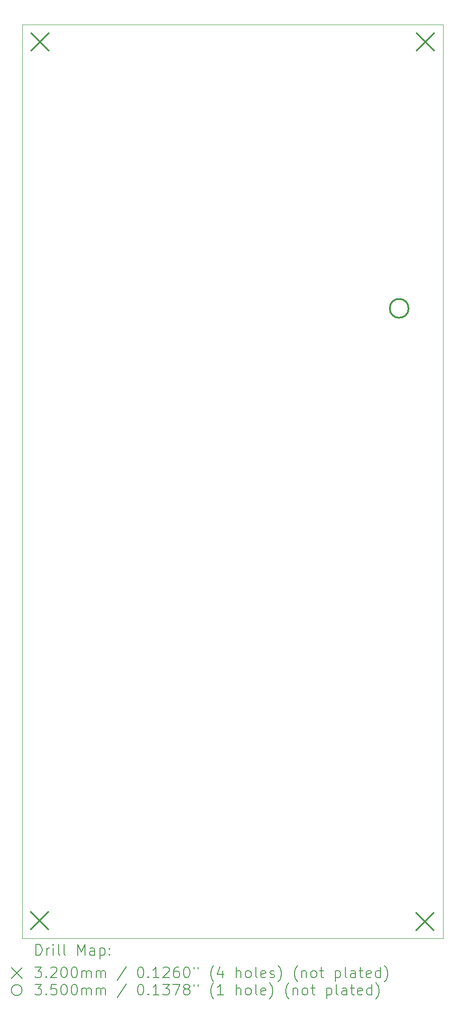
<source format=gbr>
%TF.GenerationSoftware,KiCad,Pcbnew,(6.0.7)*%
%TF.CreationDate,2022-09-18T15:45:44+05:30*%
%TF.ProjectId,Irrigation Project,49727269-6761-4746-996f-6e2050726f6a,V1.0*%
%TF.SameCoordinates,Original*%
%TF.FileFunction,Drillmap*%
%TF.FilePolarity,Positive*%
%FSLAX45Y45*%
G04 Gerber Fmt 4.5, Leading zero omitted, Abs format (unit mm)*
G04 Created by KiCad (PCBNEW (6.0.7)) date 2022-09-18 15:45:44*
%MOMM*%
%LPD*%
G01*
G04 APERTURE LIST*
%ADD10C,0.100000*%
%ADD11C,0.200000*%
%ADD12C,0.320000*%
%ADD13C,0.350000*%
G04 APERTURE END LIST*
D10*
X8500000Y-1788000D02*
X16335000Y-1788000D01*
X16335000Y-1788000D02*
X16335000Y-18780000D01*
X16335000Y-18780000D02*
X8500000Y-18780000D01*
X8500000Y-18780000D02*
X8500000Y-1788000D01*
D11*
D12*
X8660000Y-18295000D02*
X8980000Y-18615000D01*
X8980000Y-18295000D02*
X8660000Y-18615000D01*
X8670000Y-1950000D02*
X8990000Y-2270000D01*
X8990000Y-1950000D02*
X8670000Y-2270000D01*
X15840000Y-18310000D02*
X16160000Y-18630000D01*
X16160000Y-18310000D02*
X15840000Y-18630000D01*
X15850000Y-1952500D02*
X16170000Y-2272500D01*
X16170000Y-1952500D02*
X15850000Y-2272500D01*
D13*
X15695000Y-7067000D02*
G75*
G03*
X15695000Y-7067000I-175000J0D01*
G01*
D11*
X8752619Y-19095476D02*
X8752619Y-18895476D01*
X8800238Y-18895476D01*
X8828810Y-18905000D01*
X8847857Y-18924048D01*
X8857381Y-18943095D01*
X8866905Y-18981190D01*
X8866905Y-19009762D01*
X8857381Y-19047857D01*
X8847857Y-19066905D01*
X8828810Y-19085952D01*
X8800238Y-19095476D01*
X8752619Y-19095476D01*
X8952619Y-19095476D02*
X8952619Y-18962143D01*
X8952619Y-19000238D02*
X8962143Y-18981190D01*
X8971667Y-18971667D01*
X8990714Y-18962143D01*
X9009762Y-18962143D01*
X9076429Y-19095476D02*
X9076429Y-18962143D01*
X9076429Y-18895476D02*
X9066905Y-18905000D01*
X9076429Y-18914524D01*
X9085952Y-18905000D01*
X9076429Y-18895476D01*
X9076429Y-18914524D01*
X9200238Y-19095476D02*
X9181190Y-19085952D01*
X9171667Y-19066905D01*
X9171667Y-18895476D01*
X9305000Y-19095476D02*
X9285952Y-19085952D01*
X9276429Y-19066905D01*
X9276429Y-18895476D01*
X9533571Y-19095476D02*
X9533571Y-18895476D01*
X9600238Y-19038333D01*
X9666905Y-18895476D01*
X9666905Y-19095476D01*
X9847857Y-19095476D02*
X9847857Y-18990714D01*
X9838333Y-18971667D01*
X9819286Y-18962143D01*
X9781190Y-18962143D01*
X9762143Y-18971667D01*
X9847857Y-19085952D02*
X9828810Y-19095476D01*
X9781190Y-19095476D01*
X9762143Y-19085952D01*
X9752619Y-19066905D01*
X9752619Y-19047857D01*
X9762143Y-19028810D01*
X9781190Y-19019286D01*
X9828810Y-19019286D01*
X9847857Y-19009762D01*
X9943095Y-18962143D02*
X9943095Y-19162143D01*
X9943095Y-18971667D02*
X9962143Y-18962143D01*
X10000238Y-18962143D01*
X10019286Y-18971667D01*
X10028810Y-18981190D01*
X10038333Y-19000238D01*
X10038333Y-19057381D01*
X10028810Y-19076429D01*
X10019286Y-19085952D01*
X10000238Y-19095476D01*
X9962143Y-19095476D01*
X9943095Y-19085952D01*
X10124048Y-19076429D02*
X10133571Y-19085952D01*
X10124048Y-19095476D01*
X10114524Y-19085952D01*
X10124048Y-19076429D01*
X10124048Y-19095476D01*
X10124048Y-18971667D02*
X10133571Y-18981190D01*
X10124048Y-18990714D01*
X10114524Y-18981190D01*
X10124048Y-18971667D01*
X10124048Y-18990714D01*
X8295000Y-19325000D02*
X8495000Y-19525000D01*
X8495000Y-19325000D02*
X8295000Y-19525000D01*
X8733571Y-19315476D02*
X8857381Y-19315476D01*
X8790714Y-19391667D01*
X8819286Y-19391667D01*
X8838333Y-19401190D01*
X8847857Y-19410714D01*
X8857381Y-19429762D01*
X8857381Y-19477381D01*
X8847857Y-19496429D01*
X8838333Y-19505952D01*
X8819286Y-19515476D01*
X8762143Y-19515476D01*
X8743095Y-19505952D01*
X8733571Y-19496429D01*
X8943095Y-19496429D02*
X8952619Y-19505952D01*
X8943095Y-19515476D01*
X8933571Y-19505952D01*
X8943095Y-19496429D01*
X8943095Y-19515476D01*
X9028810Y-19334524D02*
X9038333Y-19325000D01*
X9057381Y-19315476D01*
X9105000Y-19315476D01*
X9124048Y-19325000D01*
X9133571Y-19334524D01*
X9143095Y-19353571D01*
X9143095Y-19372619D01*
X9133571Y-19401190D01*
X9019286Y-19515476D01*
X9143095Y-19515476D01*
X9266905Y-19315476D02*
X9285952Y-19315476D01*
X9305000Y-19325000D01*
X9314524Y-19334524D01*
X9324048Y-19353571D01*
X9333571Y-19391667D01*
X9333571Y-19439286D01*
X9324048Y-19477381D01*
X9314524Y-19496429D01*
X9305000Y-19505952D01*
X9285952Y-19515476D01*
X9266905Y-19515476D01*
X9247857Y-19505952D01*
X9238333Y-19496429D01*
X9228810Y-19477381D01*
X9219286Y-19439286D01*
X9219286Y-19391667D01*
X9228810Y-19353571D01*
X9238333Y-19334524D01*
X9247857Y-19325000D01*
X9266905Y-19315476D01*
X9457381Y-19315476D02*
X9476429Y-19315476D01*
X9495476Y-19325000D01*
X9505000Y-19334524D01*
X9514524Y-19353571D01*
X9524048Y-19391667D01*
X9524048Y-19439286D01*
X9514524Y-19477381D01*
X9505000Y-19496429D01*
X9495476Y-19505952D01*
X9476429Y-19515476D01*
X9457381Y-19515476D01*
X9438333Y-19505952D01*
X9428810Y-19496429D01*
X9419286Y-19477381D01*
X9409762Y-19439286D01*
X9409762Y-19391667D01*
X9419286Y-19353571D01*
X9428810Y-19334524D01*
X9438333Y-19325000D01*
X9457381Y-19315476D01*
X9609762Y-19515476D02*
X9609762Y-19382143D01*
X9609762Y-19401190D02*
X9619286Y-19391667D01*
X9638333Y-19382143D01*
X9666905Y-19382143D01*
X9685952Y-19391667D01*
X9695476Y-19410714D01*
X9695476Y-19515476D01*
X9695476Y-19410714D02*
X9705000Y-19391667D01*
X9724048Y-19382143D01*
X9752619Y-19382143D01*
X9771667Y-19391667D01*
X9781190Y-19410714D01*
X9781190Y-19515476D01*
X9876429Y-19515476D02*
X9876429Y-19382143D01*
X9876429Y-19401190D02*
X9885952Y-19391667D01*
X9905000Y-19382143D01*
X9933571Y-19382143D01*
X9952619Y-19391667D01*
X9962143Y-19410714D01*
X9962143Y-19515476D01*
X9962143Y-19410714D02*
X9971667Y-19391667D01*
X9990714Y-19382143D01*
X10019286Y-19382143D01*
X10038333Y-19391667D01*
X10047857Y-19410714D01*
X10047857Y-19515476D01*
X10438333Y-19305952D02*
X10266905Y-19563095D01*
X10695476Y-19315476D02*
X10714524Y-19315476D01*
X10733571Y-19325000D01*
X10743095Y-19334524D01*
X10752619Y-19353571D01*
X10762143Y-19391667D01*
X10762143Y-19439286D01*
X10752619Y-19477381D01*
X10743095Y-19496429D01*
X10733571Y-19505952D01*
X10714524Y-19515476D01*
X10695476Y-19515476D01*
X10676429Y-19505952D01*
X10666905Y-19496429D01*
X10657381Y-19477381D01*
X10647857Y-19439286D01*
X10647857Y-19391667D01*
X10657381Y-19353571D01*
X10666905Y-19334524D01*
X10676429Y-19325000D01*
X10695476Y-19315476D01*
X10847857Y-19496429D02*
X10857381Y-19505952D01*
X10847857Y-19515476D01*
X10838333Y-19505952D01*
X10847857Y-19496429D01*
X10847857Y-19515476D01*
X11047857Y-19515476D02*
X10933571Y-19515476D01*
X10990714Y-19515476D02*
X10990714Y-19315476D01*
X10971667Y-19344048D01*
X10952619Y-19363095D01*
X10933571Y-19372619D01*
X11124048Y-19334524D02*
X11133571Y-19325000D01*
X11152619Y-19315476D01*
X11200238Y-19315476D01*
X11219286Y-19325000D01*
X11228809Y-19334524D01*
X11238333Y-19353571D01*
X11238333Y-19372619D01*
X11228809Y-19401190D01*
X11114524Y-19515476D01*
X11238333Y-19515476D01*
X11409762Y-19315476D02*
X11371667Y-19315476D01*
X11352619Y-19325000D01*
X11343095Y-19334524D01*
X11324048Y-19363095D01*
X11314524Y-19401190D01*
X11314524Y-19477381D01*
X11324048Y-19496429D01*
X11333571Y-19505952D01*
X11352619Y-19515476D01*
X11390714Y-19515476D01*
X11409762Y-19505952D01*
X11419286Y-19496429D01*
X11428809Y-19477381D01*
X11428809Y-19429762D01*
X11419286Y-19410714D01*
X11409762Y-19401190D01*
X11390714Y-19391667D01*
X11352619Y-19391667D01*
X11333571Y-19401190D01*
X11324048Y-19410714D01*
X11314524Y-19429762D01*
X11552619Y-19315476D02*
X11571667Y-19315476D01*
X11590714Y-19325000D01*
X11600238Y-19334524D01*
X11609762Y-19353571D01*
X11619286Y-19391667D01*
X11619286Y-19439286D01*
X11609762Y-19477381D01*
X11600238Y-19496429D01*
X11590714Y-19505952D01*
X11571667Y-19515476D01*
X11552619Y-19515476D01*
X11533571Y-19505952D01*
X11524048Y-19496429D01*
X11514524Y-19477381D01*
X11505000Y-19439286D01*
X11505000Y-19391667D01*
X11514524Y-19353571D01*
X11524048Y-19334524D01*
X11533571Y-19325000D01*
X11552619Y-19315476D01*
X11695476Y-19315476D02*
X11695476Y-19353571D01*
X11771667Y-19315476D02*
X11771667Y-19353571D01*
X12066905Y-19591667D02*
X12057381Y-19582143D01*
X12038333Y-19553571D01*
X12028809Y-19534524D01*
X12019286Y-19505952D01*
X12009762Y-19458333D01*
X12009762Y-19420238D01*
X12019286Y-19372619D01*
X12028809Y-19344048D01*
X12038333Y-19325000D01*
X12057381Y-19296429D01*
X12066905Y-19286905D01*
X12228809Y-19382143D02*
X12228809Y-19515476D01*
X12181190Y-19305952D02*
X12133571Y-19448810D01*
X12257381Y-19448810D01*
X12485952Y-19515476D02*
X12485952Y-19315476D01*
X12571667Y-19515476D02*
X12571667Y-19410714D01*
X12562143Y-19391667D01*
X12543095Y-19382143D01*
X12514524Y-19382143D01*
X12495476Y-19391667D01*
X12485952Y-19401190D01*
X12695476Y-19515476D02*
X12676428Y-19505952D01*
X12666905Y-19496429D01*
X12657381Y-19477381D01*
X12657381Y-19420238D01*
X12666905Y-19401190D01*
X12676428Y-19391667D01*
X12695476Y-19382143D01*
X12724048Y-19382143D01*
X12743095Y-19391667D01*
X12752619Y-19401190D01*
X12762143Y-19420238D01*
X12762143Y-19477381D01*
X12752619Y-19496429D01*
X12743095Y-19505952D01*
X12724048Y-19515476D01*
X12695476Y-19515476D01*
X12876428Y-19515476D02*
X12857381Y-19505952D01*
X12847857Y-19486905D01*
X12847857Y-19315476D01*
X13028809Y-19505952D02*
X13009762Y-19515476D01*
X12971667Y-19515476D01*
X12952619Y-19505952D01*
X12943095Y-19486905D01*
X12943095Y-19410714D01*
X12952619Y-19391667D01*
X12971667Y-19382143D01*
X13009762Y-19382143D01*
X13028809Y-19391667D01*
X13038333Y-19410714D01*
X13038333Y-19429762D01*
X12943095Y-19448810D01*
X13114524Y-19505952D02*
X13133571Y-19515476D01*
X13171667Y-19515476D01*
X13190714Y-19505952D01*
X13200238Y-19486905D01*
X13200238Y-19477381D01*
X13190714Y-19458333D01*
X13171667Y-19448810D01*
X13143095Y-19448810D01*
X13124048Y-19439286D01*
X13114524Y-19420238D01*
X13114524Y-19410714D01*
X13124048Y-19391667D01*
X13143095Y-19382143D01*
X13171667Y-19382143D01*
X13190714Y-19391667D01*
X13266905Y-19591667D02*
X13276428Y-19582143D01*
X13295476Y-19553571D01*
X13305000Y-19534524D01*
X13314524Y-19505952D01*
X13324048Y-19458333D01*
X13324048Y-19420238D01*
X13314524Y-19372619D01*
X13305000Y-19344048D01*
X13295476Y-19325000D01*
X13276428Y-19296429D01*
X13266905Y-19286905D01*
X13628809Y-19591667D02*
X13619286Y-19582143D01*
X13600238Y-19553571D01*
X13590714Y-19534524D01*
X13581190Y-19505952D01*
X13571667Y-19458333D01*
X13571667Y-19420238D01*
X13581190Y-19372619D01*
X13590714Y-19344048D01*
X13600238Y-19325000D01*
X13619286Y-19296429D01*
X13628809Y-19286905D01*
X13705000Y-19382143D02*
X13705000Y-19515476D01*
X13705000Y-19401190D02*
X13714524Y-19391667D01*
X13733571Y-19382143D01*
X13762143Y-19382143D01*
X13781190Y-19391667D01*
X13790714Y-19410714D01*
X13790714Y-19515476D01*
X13914524Y-19515476D02*
X13895476Y-19505952D01*
X13885952Y-19496429D01*
X13876428Y-19477381D01*
X13876428Y-19420238D01*
X13885952Y-19401190D01*
X13895476Y-19391667D01*
X13914524Y-19382143D01*
X13943095Y-19382143D01*
X13962143Y-19391667D01*
X13971667Y-19401190D01*
X13981190Y-19420238D01*
X13981190Y-19477381D01*
X13971667Y-19496429D01*
X13962143Y-19505952D01*
X13943095Y-19515476D01*
X13914524Y-19515476D01*
X14038333Y-19382143D02*
X14114524Y-19382143D01*
X14066905Y-19315476D02*
X14066905Y-19486905D01*
X14076428Y-19505952D01*
X14095476Y-19515476D01*
X14114524Y-19515476D01*
X14333571Y-19382143D02*
X14333571Y-19582143D01*
X14333571Y-19391667D02*
X14352619Y-19382143D01*
X14390714Y-19382143D01*
X14409762Y-19391667D01*
X14419286Y-19401190D01*
X14428809Y-19420238D01*
X14428809Y-19477381D01*
X14419286Y-19496429D01*
X14409762Y-19505952D01*
X14390714Y-19515476D01*
X14352619Y-19515476D01*
X14333571Y-19505952D01*
X14543095Y-19515476D02*
X14524048Y-19505952D01*
X14514524Y-19486905D01*
X14514524Y-19315476D01*
X14705000Y-19515476D02*
X14705000Y-19410714D01*
X14695476Y-19391667D01*
X14676428Y-19382143D01*
X14638333Y-19382143D01*
X14619286Y-19391667D01*
X14705000Y-19505952D02*
X14685952Y-19515476D01*
X14638333Y-19515476D01*
X14619286Y-19505952D01*
X14609762Y-19486905D01*
X14609762Y-19467857D01*
X14619286Y-19448810D01*
X14638333Y-19439286D01*
X14685952Y-19439286D01*
X14705000Y-19429762D01*
X14771667Y-19382143D02*
X14847857Y-19382143D01*
X14800238Y-19315476D02*
X14800238Y-19486905D01*
X14809762Y-19505952D01*
X14828809Y-19515476D01*
X14847857Y-19515476D01*
X14990714Y-19505952D02*
X14971667Y-19515476D01*
X14933571Y-19515476D01*
X14914524Y-19505952D01*
X14905000Y-19486905D01*
X14905000Y-19410714D01*
X14914524Y-19391667D01*
X14933571Y-19382143D01*
X14971667Y-19382143D01*
X14990714Y-19391667D01*
X15000238Y-19410714D01*
X15000238Y-19429762D01*
X14905000Y-19448810D01*
X15171667Y-19515476D02*
X15171667Y-19315476D01*
X15171667Y-19505952D02*
X15152619Y-19515476D01*
X15114524Y-19515476D01*
X15095476Y-19505952D01*
X15085952Y-19496429D01*
X15076428Y-19477381D01*
X15076428Y-19420238D01*
X15085952Y-19401190D01*
X15095476Y-19391667D01*
X15114524Y-19382143D01*
X15152619Y-19382143D01*
X15171667Y-19391667D01*
X15247857Y-19591667D02*
X15257381Y-19582143D01*
X15276428Y-19553571D01*
X15285952Y-19534524D01*
X15295476Y-19505952D01*
X15305000Y-19458333D01*
X15305000Y-19420238D01*
X15295476Y-19372619D01*
X15285952Y-19344048D01*
X15276428Y-19325000D01*
X15257381Y-19296429D01*
X15247857Y-19286905D01*
X8495000Y-19745000D02*
G75*
G03*
X8495000Y-19745000I-100000J0D01*
G01*
X8733571Y-19635476D02*
X8857381Y-19635476D01*
X8790714Y-19711667D01*
X8819286Y-19711667D01*
X8838333Y-19721190D01*
X8847857Y-19730714D01*
X8857381Y-19749762D01*
X8857381Y-19797381D01*
X8847857Y-19816429D01*
X8838333Y-19825952D01*
X8819286Y-19835476D01*
X8762143Y-19835476D01*
X8743095Y-19825952D01*
X8733571Y-19816429D01*
X8943095Y-19816429D02*
X8952619Y-19825952D01*
X8943095Y-19835476D01*
X8933571Y-19825952D01*
X8943095Y-19816429D01*
X8943095Y-19835476D01*
X9133571Y-19635476D02*
X9038333Y-19635476D01*
X9028810Y-19730714D01*
X9038333Y-19721190D01*
X9057381Y-19711667D01*
X9105000Y-19711667D01*
X9124048Y-19721190D01*
X9133571Y-19730714D01*
X9143095Y-19749762D01*
X9143095Y-19797381D01*
X9133571Y-19816429D01*
X9124048Y-19825952D01*
X9105000Y-19835476D01*
X9057381Y-19835476D01*
X9038333Y-19825952D01*
X9028810Y-19816429D01*
X9266905Y-19635476D02*
X9285952Y-19635476D01*
X9305000Y-19645000D01*
X9314524Y-19654524D01*
X9324048Y-19673571D01*
X9333571Y-19711667D01*
X9333571Y-19759286D01*
X9324048Y-19797381D01*
X9314524Y-19816429D01*
X9305000Y-19825952D01*
X9285952Y-19835476D01*
X9266905Y-19835476D01*
X9247857Y-19825952D01*
X9238333Y-19816429D01*
X9228810Y-19797381D01*
X9219286Y-19759286D01*
X9219286Y-19711667D01*
X9228810Y-19673571D01*
X9238333Y-19654524D01*
X9247857Y-19645000D01*
X9266905Y-19635476D01*
X9457381Y-19635476D02*
X9476429Y-19635476D01*
X9495476Y-19645000D01*
X9505000Y-19654524D01*
X9514524Y-19673571D01*
X9524048Y-19711667D01*
X9524048Y-19759286D01*
X9514524Y-19797381D01*
X9505000Y-19816429D01*
X9495476Y-19825952D01*
X9476429Y-19835476D01*
X9457381Y-19835476D01*
X9438333Y-19825952D01*
X9428810Y-19816429D01*
X9419286Y-19797381D01*
X9409762Y-19759286D01*
X9409762Y-19711667D01*
X9419286Y-19673571D01*
X9428810Y-19654524D01*
X9438333Y-19645000D01*
X9457381Y-19635476D01*
X9609762Y-19835476D02*
X9609762Y-19702143D01*
X9609762Y-19721190D02*
X9619286Y-19711667D01*
X9638333Y-19702143D01*
X9666905Y-19702143D01*
X9685952Y-19711667D01*
X9695476Y-19730714D01*
X9695476Y-19835476D01*
X9695476Y-19730714D02*
X9705000Y-19711667D01*
X9724048Y-19702143D01*
X9752619Y-19702143D01*
X9771667Y-19711667D01*
X9781190Y-19730714D01*
X9781190Y-19835476D01*
X9876429Y-19835476D02*
X9876429Y-19702143D01*
X9876429Y-19721190D02*
X9885952Y-19711667D01*
X9905000Y-19702143D01*
X9933571Y-19702143D01*
X9952619Y-19711667D01*
X9962143Y-19730714D01*
X9962143Y-19835476D01*
X9962143Y-19730714D02*
X9971667Y-19711667D01*
X9990714Y-19702143D01*
X10019286Y-19702143D01*
X10038333Y-19711667D01*
X10047857Y-19730714D01*
X10047857Y-19835476D01*
X10438333Y-19625952D02*
X10266905Y-19883095D01*
X10695476Y-19635476D02*
X10714524Y-19635476D01*
X10733571Y-19645000D01*
X10743095Y-19654524D01*
X10752619Y-19673571D01*
X10762143Y-19711667D01*
X10762143Y-19759286D01*
X10752619Y-19797381D01*
X10743095Y-19816429D01*
X10733571Y-19825952D01*
X10714524Y-19835476D01*
X10695476Y-19835476D01*
X10676429Y-19825952D01*
X10666905Y-19816429D01*
X10657381Y-19797381D01*
X10647857Y-19759286D01*
X10647857Y-19711667D01*
X10657381Y-19673571D01*
X10666905Y-19654524D01*
X10676429Y-19645000D01*
X10695476Y-19635476D01*
X10847857Y-19816429D02*
X10857381Y-19825952D01*
X10847857Y-19835476D01*
X10838333Y-19825952D01*
X10847857Y-19816429D01*
X10847857Y-19835476D01*
X11047857Y-19835476D02*
X10933571Y-19835476D01*
X10990714Y-19835476D02*
X10990714Y-19635476D01*
X10971667Y-19664048D01*
X10952619Y-19683095D01*
X10933571Y-19692619D01*
X11114524Y-19635476D02*
X11238333Y-19635476D01*
X11171667Y-19711667D01*
X11200238Y-19711667D01*
X11219286Y-19721190D01*
X11228809Y-19730714D01*
X11238333Y-19749762D01*
X11238333Y-19797381D01*
X11228809Y-19816429D01*
X11219286Y-19825952D01*
X11200238Y-19835476D01*
X11143095Y-19835476D01*
X11124048Y-19825952D01*
X11114524Y-19816429D01*
X11305000Y-19635476D02*
X11438333Y-19635476D01*
X11352619Y-19835476D01*
X11543095Y-19721190D02*
X11524048Y-19711667D01*
X11514524Y-19702143D01*
X11505000Y-19683095D01*
X11505000Y-19673571D01*
X11514524Y-19654524D01*
X11524048Y-19645000D01*
X11543095Y-19635476D01*
X11581190Y-19635476D01*
X11600238Y-19645000D01*
X11609762Y-19654524D01*
X11619286Y-19673571D01*
X11619286Y-19683095D01*
X11609762Y-19702143D01*
X11600238Y-19711667D01*
X11581190Y-19721190D01*
X11543095Y-19721190D01*
X11524048Y-19730714D01*
X11514524Y-19740238D01*
X11505000Y-19759286D01*
X11505000Y-19797381D01*
X11514524Y-19816429D01*
X11524048Y-19825952D01*
X11543095Y-19835476D01*
X11581190Y-19835476D01*
X11600238Y-19825952D01*
X11609762Y-19816429D01*
X11619286Y-19797381D01*
X11619286Y-19759286D01*
X11609762Y-19740238D01*
X11600238Y-19730714D01*
X11581190Y-19721190D01*
X11695476Y-19635476D02*
X11695476Y-19673571D01*
X11771667Y-19635476D02*
X11771667Y-19673571D01*
X12066905Y-19911667D02*
X12057381Y-19902143D01*
X12038333Y-19873571D01*
X12028809Y-19854524D01*
X12019286Y-19825952D01*
X12009762Y-19778333D01*
X12009762Y-19740238D01*
X12019286Y-19692619D01*
X12028809Y-19664048D01*
X12038333Y-19645000D01*
X12057381Y-19616429D01*
X12066905Y-19606905D01*
X12247857Y-19835476D02*
X12133571Y-19835476D01*
X12190714Y-19835476D02*
X12190714Y-19635476D01*
X12171667Y-19664048D01*
X12152619Y-19683095D01*
X12133571Y-19692619D01*
X12485952Y-19835476D02*
X12485952Y-19635476D01*
X12571667Y-19835476D02*
X12571667Y-19730714D01*
X12562143Y-19711667D01*
X12543095Y-19702143D01*
X12514524Y-19702143D01*
X12495476Y-19711667D01*
X12485952Y-19721190D01*
X12695476Y-19835476D02*
X12676428Y-19825952D01*
X12666905Y-19816429D01*
X12657381Y-19797381D01*
X12657381Y-19740238D01*
X12666905Y-19721190D01*
X12676428Y-19711667D01*
X12695476Y-19702143D01*
X12724048Y-19702143D01*
X12743095Y-19711667D01*
X12752619Y-19721190D01*
X12762143Y-19740238D01*
X12762143Y-19797381D01*
X12752619Y-19816429D01*
X12743095Y-19825952D01*
X12724048Y-19835476D01*
X12695476Y-19835476D01*
X12876428Y-19835476D02*
X12857381Y-19825952D01*
X12847857Y-19806905D01*
X12847857Y-19635476D01*
X13028809Y-19825952D02*
X13009762Y-19835476D01*
X12971667Y-19835476D01*
X12952619Y-19825952D01*
X12943095Y-19806905D01*
X12943095Y-19730714D01*
X12952619Y-19711667D01*
X12971667Y-19702143D01*
X13009762Y-19702143D01*
X13028809Y-19711667D01*
X13038333Y-19730714D01*
X13038333Y-19749762D01*
X12943095Y-19768810D01*
X13105000Y-19911667D02*
X13114524Y-19902143D01*
X13133571Y-19873571D01*
X13143095Y-19854524D01*
X13152619Y-19825952D01*
X13162143Y-19778333D01*
X13162143Y-19740238D01*
X13152619Y-19692619D01*
X13143095Y-19664048D01*
X13133571Y-19645000D01*
X13114524Y-19616429D01*
X13105000Y-19606905D01*
X13466905Y-19911667D02*
X13457381Y-19902143D01*
X13438333Y-19873571D01*
X13428809Y-19854524D01*
X13419286Y-19825952D01*
X13409762Y-19778333D01*
X13409762Y-19740238D01*
X13419286Y-19692619D01*
X13428809Y-19664048D01*
X13438333Y-19645000D01*
X13457381Y-19616429D01*
X13466905Y-19606905D01*
X13543095Y-19702143D02*
X13543095Y-19835476D01*
X13543095Y-19721190D02*
X13552619Y-19711667D01*
X13571667Y-19702143D01*
X13600238Y-19702143D01*
X13619286Y-19711667D01*
X13628809Y-19730714D01*
X13628809Y-19835476D01*
X13752619Y-19835476D02*
X13733571Y-19825952D01*
X13724048Y-19816429D01*
X13714524Y-19797381D01*
X13714524Y-19740238D01*
X13724048Y-19721190D01*
X13733571Y-19711667D01*
X13752619Y-19702143D01*
X13781190Y-19702143D01*
X13800238Y-19711667D01*
X13809762Y-19721190D01*
X13819286Y-19740238D01*
X13819286Y-19797381D01*
X13809762Y-19816429D01*
X13800238Y-19825952D01*
X13781190Y-19835476D01*
X13752619Y-19835476D01*
X13876428Y-19702143D02*
X13952619Y-19702143D01*
X13905000Y-19635476D02*
X13905000Y-19806905D01*
X13914524Y-19825952D01*
X13933571Y-19835476D01*
X13952619Y-19835476D01*
X14171667Y-19702143D02*
X14171667Y-19902143D01*
X14171667Y-19711667D02*
X14190714Y-19702143D01*
X14228809Y-19702143D01*
X14247857Y-19711667D01*
X14257381Y-19721190D01*
X14266905Y-19740238D01*
X14266905Y-19797381D01*
X14257381Y-19816429D01*
X14247857Y-19825952D01*
X14228809Y-19835476D01*
X14190714Y-19835476D01*
X14171667Y-19825952D01*
X14381190Y-19835476D02*
X14362143Y-19825952D01*
X14352619Y-19806905D01*
X14352619Y-19635476D01*
X14543095Y-19835476D02*
X14543095Y-19730714D01*
X14533571Y-19711667D01*
X14514524Y-19702143D01*
X14476428Y-19702143D01*
X14457381Y-19711667D01*
X14543095Y-19825952D02*
X14524048Y-19835476D01*
X14476428Y-19835476D01*
X14457381Y-19825952D01*
X14447857Y-19806905D01*
X14447857Y-19787857D01*
X14457381Y-19768810D01*
X14476428Y-19759286D01*
X14524048Y-19759286D01*
X14543095Y-19749762D01*
X14609762Y-19702143D02*
X14685952Y-19702143D01*
X14638333Y-19635476D02*
X14638333Y-19806905D01*
X14647857Y-19825952D01*
X14666905Y-19835476D01*
X14685952Y-19835476D01*
X14828809Y-19825952D02*
X14809762Y-19835476D01*
X14771667Y-19835476D01*
X14752619Y-19825952D01*
X14743095Y-19806905D01*
X14743095Y-19730714D01*
X14752619Y-19711667D01*
X14771667Y-19702143D01*
X14809762Y-19702143D01*
X14828809Y-19711667D01*
X14838333Y-19730714D01*
X14838333Y-19749762D01*
X14743095Y-19768810D01*
X15009762Y-19835476D02*
X15009762Y-19635476D01*
X15009762Y-19825952D02*
X14990714Y-19835476D01*
X14952619Y-19835476D01*
X14933571Y-19825952D01*
X14924048Y-19816429D01*
X14914524Y-19797381D01*
X14914524Y-19740238D01*
X14924048Y-19721190D01*
X14933571Y-19711667D01*
X14952619Y-19702143D01*
X14990714Y-19702143D01*
X15009762Y-19711667D01*
X15085952Y-19911667D02*
X15095476Y-19902143D01*
X15114524Y-19873571D01*
X15124048Y-19854524D01*
X15133571Y-19825952D01*
X15143095Y-19778333D01*
X15143095Y-19740238D01*
X15133571Y-19692619D01*
X15124048Y-19664048D01*
X15114524Y-19645000D01*
X15095476Y-19616429D01*
X15085952Y-19606905D01*
M02*

</source>
